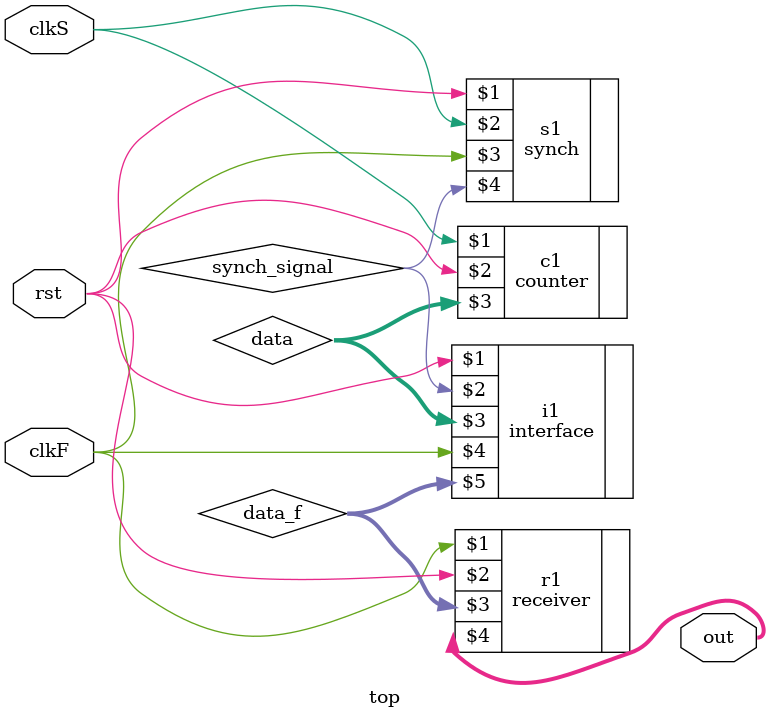
<source format=v>
`include "counter.v"
`include "synch.v"
`include "receiver.v"
`include "interface.v"
module top(clkS,clkF,rst,out);
	input clkF,clkS,rst;	
	output [7:0] out;
	wire synch_signal;
	wire [7:0] data,data_f;
 
        counter c1(clkS,rst,data);
        synch s1(rst,clkS,clkF,synch_signal);
	interface i1 (rst,synch_signal,data,clkF,data_f);
	receiver r1(clkF,rst,data_f,out);

endmodule 

</source>
